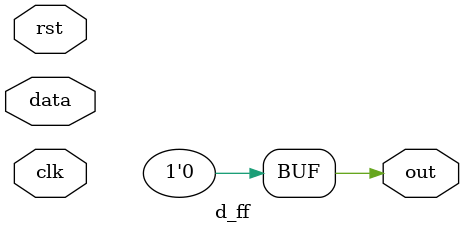
<source format=v>
`timescale 1ns / 1ps

module d_ff(
    input rst,
    input clk,
    input data,
    output reg out
    );
    
    always @(rst) begin
        out = 0;
    end
    
    always @(posedge clk) begin
        out = data;
    end
        
endmodule

</source>
